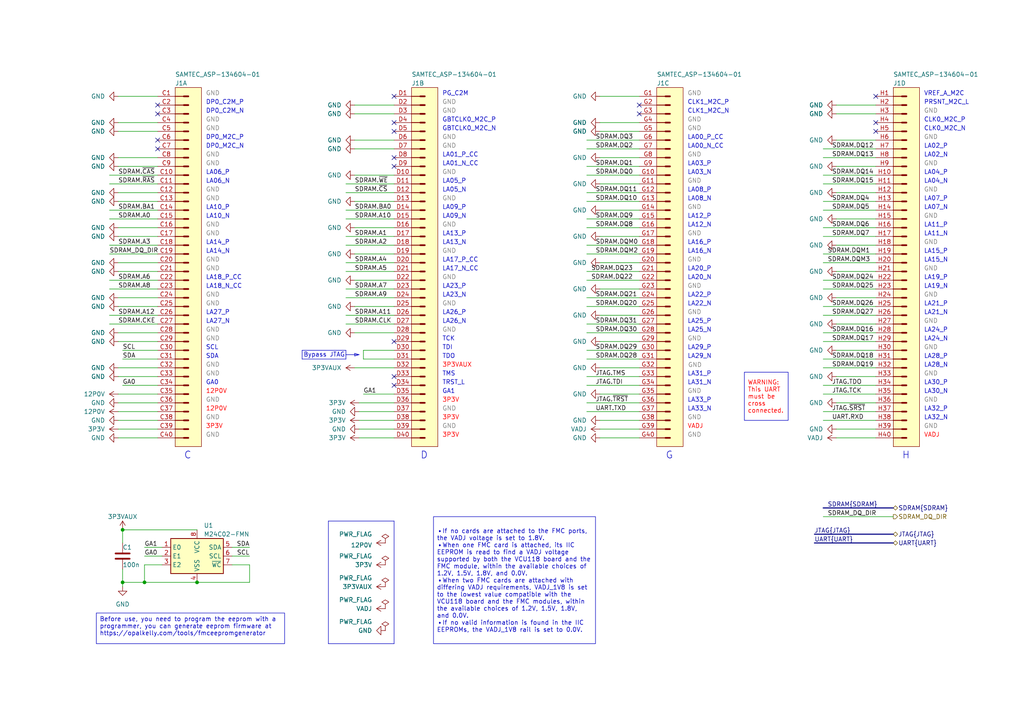
<source format=kicad_sch>
(kicad_sch (version 20231120) (generator "eeschema") (generator_version "8.0")
  (paper "A4")
  (title_block (title "FMC") (date "2024-05-26") (rev "1.0.0") (company "CHIPS Alliance") (comment 1 "Yichuan Gao (2024-05-21)") (comment 2 "Yichuan Gao (2024-05-21)") (comment 4 "Yichuan Gao (2024-05-26)"))
  (junction (at 41.91 168.91))
  (junction (at 35.56 153.67))
  (junction (at 57.15 168.91))
  (junction (at 35.56 168.91))
  (no_connect (at 114.3 109.22))
  (no_connect (at 114.3 99.06))
  (no_connect (at 254 35.56))
  (no_connect (at 114.3 48.26))
  (no_connect (at 254 27.94))
  (no_connect (at 45.72 33.02))
  (no_connect (at 114.3 35.56))
  (no_connect (at 114.3 27.94))
  (no_connect (at 45.72 30.48))
  (no_connect (at 254 38.1))
  (no_connect (at 114.3 45.72))
  (no_connect (at 114.3 111.76))
  (no_connect (at 185.42 33.02))
  (no_connect (at 185.42 30.48))
  (no_connect (at 45.72 43.18))
  (no_connect (at 45.72 40.64))
  (no_connect (at 114.3 38.1))
  (polyline (pts (xy 95.25 151.13) (xy 114.3 151.13)))
  (wire (pts (xy 102.87 33.02) (xy 114.3 33.02)))
  (wire (pts (xy 173.99 121.92) (xy 185.42 121.92)))
  (wire (pts (xy 45.72 86.36) (xy 34.29 86.36)))
  (wire (pts (xy 100.33 71.12) (xy 114.3 71.12)))
  (polyline (pts (xy 95.25 151.13) (xy 95.25 186.69)))
  (wire (pts (xy 100.33 86.36) (xy 114.3 86.36)))
  (wire (pts (xy 242.57 101.6) (xy 254 101.6)))
  (wire (pts (xy 170.18 43.18) (xy 185.42 43.18)))
  (wire (pts (xy 35.56 165.1) (xy 35.56 168.91)))
  (wire (pts (xy 242.57 40.64) (xy 254 40.64)))
  (wire (pts (xy 238.76 66.04) (xy 254 66.04)))
  (wire (pts (xy 41.91 168.91) (xy 57.15 168.91)))
  (wire (pts (xy 238.76 114.3) (xy 254 114.3)))
  (wire (pts (xy 242.57 109.22) (xy 254 109.22)))
  (wire (pts (xy 102.87 40.64) (xy 114.3 40.64)))
  (wire (pts (xy 173.99 127) (xy 185.42 127)))
  (wire (pts (xy 170.18 66.04) (xy 185.42 66.04)))
  (wire (pts (xy 242.57 93.98) (xy 254 93.98)))
  (wire (pts (xy 170.18 71.12) (xy 185.42 71.12)))
  (wire (pts (xy 173.99 83.82) (xy 185.42 83.82)))
  (wire (pts (xy 31.75 63.5) (xy 45.72 63.5)))
  (wire (pts (xy 104.14 119.38) (xy 114.3 119.38)))
  (wire (pts (xy 242.57 78.74) (xy 254 78.74)))
  (polyline (pts (xy 100.33 102.87) (xy 104.14 102.87)))
  (wire (pts (xy 45.72 58.42) (xy 34.29 58.42)))
  (wire (pts (xy 105.41 101.6) (xy 114.3 101.6)))
  (wire (pts (xy 242.57 86.36) (xy 254 86.36)))
  (polyline (pts (xy 114.3 186.69) (xy 95.25 186.69)))
  (wire (pts (xy 31.75 93.98) (xy 45.72 93.98)))
  (wire (pts (xy 238.76 96.52) (xy 254 96.52)))
  (wire (pts (xy 100.33 76.2) (xy 114.3 76.2)))
  (wire (pts (xy 41.91 158.75) (xy 46.99 158.75)))
  (wire (pts (xy 238.76 99.06) (xy 254 99.06)))
  (polyline (pts (xy 87.63 101.6) (xy 100.33 101.6)))
  (wire (pts (xy 45.72 48.26) (xy 34.29 48.26)))
  (wire (pts (xy 67.31 158.75) (xy 72.39 158.75)))
  (wire (pts (xy 72.39 163.83) (xy 72.39 168.91)))
  (wire (pts (xy 238.76 43.18) (xy 254 43.18)))
  (wire (pts (xy 102.87 30.48) (xy 114.3 30.48)))
  (wire (pts (xy 45.72 68.58) (xy 34.29 68.58)))
  (wire (pts (xy 238.76 88.9) (xy 254 88.9)))
  (wire (pts (xy 238.76 45.72) (xy 254 45.72)))
  (wire (pts (xy 170.18 73.66) (xy 185.42 73.66)))
  (wire (pts (xy 170.18 96.52) (xy 185.42 96.52)))
  (wire (pts (xy 100.33 63.5) (xy 114.3 63.5)))
  (wire (pts (xy 170.18 111.76) (xy 185.42 111.76)))
  (wire (pts (xy 45.72 101.6) (xy 35.56 101.6)))
  (wire (pts (xy 41.91 163.83) (xy 41.91 168.91)))
  (wire (pts (xy 238.76 104.14) (xy 254 104.14)))
  (wire (pts (xy 170.18 81.28) (xy 185.42 81.28)))
  (wire (pts (xy 100.33 78.74) (xy 114.3 78.74)))
  (wire (pts (xy 170.18 109.22) (xy 185.42 109.22)))
  (wire (pts (xy 67.31 161.29) (xy 72.39 161.29)))
  (wire (pts (xy 35.56 168.91) (xy 41.91 168.91)))
  (polyline (pts (xy 100.33 101.6) (xy 100.33 104.14)))
  (wire (pts (xy 173.99 27.94) (xy 185.42 27.94)))
  (wire (pts (xy 238.76 83.82) (xy 254 83.82)))
  (wire (pts (xy 31.75 81.28) (xy 45.72 81.28)))
  (wire (pts (xy 242.57 48.26) (xy 254 48.26)))
  (wire (pts (xy 170.18 101.6) (xy 185.42 101.6)))
  (wire (pts (xy 238.76 106.68) (xy 254 106.68)))
  (wire (pts (xy 45.72 78.74) (xy 34.29 78.74)))
  (wire (pts (xy 100.33 93.98) (xy 114.3 93.98)))
  (wire (pts (xy 67.31 163.83) (xy 72.39 163.83)))
  (wire (pts (xy 102.87 58.42) (xy 114.3 58.42)))
  (wire (pts (xy 173.99 114.3) (xy 185.42 114.3)))
  (wire (pts (xy 45.72 99.06) (xy 34.29 99.06)))
  (wire (pts (xy 238.76 73.66) (xy 254 73.66)))
  (wire (pts (xy 114.3 114.3) (xy 105.41 114.3)))
  (wire (pts (xy 238.76 81.28) (xy 254 81.28)))
  (wire (pts (xy 34.29 119.38) (xy 45.72 119.38)))
  (wire (pts (xy 242.57 71.12) (xy 254 71.12)))
  (wire (pts (xy 238.76 76.2) (xy 254 76.2)))
  (bus (pts (xy 259.08 154.94) (xy 236.22 154.94)))
  (wire (pts (xy 104.14 116.84) (xy 114.3 116.84)))
  (wire (pts (xy 173.99 45.72) (xy 185.42 45.72)))
  (wire (pts (xy 45.72 88.9) (xy 34.29 88.9)))
  (wire (pts (xy 34.29 114.3) (xy 45.72 114.3)))
  (wire (pts (xy 45.72 106.68) (xy 34.29 106.68)))
  (wire (pts (xy 170.18 86.36) (xy 185.42 86.36)))
  (wire (pts (xy 173.99 38.1) (xy 185.42 38.1)))
  (wire (pts (xy 31.75 50.8) (xy 45.72 50.8)))
  (wire (pts (xy 31.75 83.82) (xy 45.72 83.82)))
  (wire (pts (xy 45.72 76.2) (xy 34.29 76.2)))
  (wire (pts (xy 238.76 58.42) (xy 254 58.42)))
  (polyline (pts (xy 114.3 151.13) (xy 114.3 186.69)))
  (wire (pts (xy 105.41 104.14) (xy 114.3 104.14)))
  (wire (pts (xy 31.75 53.34) (xy 45.72 53.34)))
  (wire (pts (xy 173.99 124.46) (xy 185.42 124.46)))
  (wire (pts (xy 242.57 33.02) (xy 254 33.02)))
  (wire (pts (xy 35.56 153.67) (xy 57.15 153.67)))
  (wire (pts (xy 34.29 121.92) (xy 45.72 121.92)))
  (wire (pts (xy 105.41 101.6) (xy 105.41 104.14)))
  (wire (pts (xy 104.14 121.92) (xy 114.3 121.92)))
  (wire (pts (xy 100.33 83.82) (xy 114.3 83.82)))
  (wire (pts (xy 31.75 60.96) (xy 45.72 60.96)))
  (wire (pts (xy 170.18 55.88) (xy 185.42 55.88)))
  (wire (pts (xy 242.57 127) (xy 254 127)))
  (wire (pts (xy 104.14 127) (xy 114.3 127)))
  (wire (pts (xy 238.76 53.34) (xy 254 53.34)))
  (wire (pts (xy 45.72 111.76) (xy 35.56 111.76)))
  (wire (pts (xy 170.18 119.38) (xy 185.42 119.38)))
  (wire (pts (xy 45.72 45.72) (xy 34.29 45.72)))
  (wire (pts (xy 238.76 111.76) (xy 254 111.76)))
  (wire (pts (xy 100.33 91.44) (xy 114.3 91.44)))
  (wire (pts (xy 102.87 50.8) (xy 114.3 50.8)))
  (polyline (pts (xy 102.87 102.489) (xy 102.87 103.251)))
  (wire (pts (xy 170.18 104.14) (xy 185.42 104.14)))
  (wire (pts (xy 170.18 78.74) (xy 185.42 78.74)))
  (wire (pts (xy 45.72 96.52) (xy 34.29 96.52)))
  (wire (pts (xy 170.18 63.5) (xy 185.42 63.5)))
  (wire (pts (xy 104.14 124.46) (xy 114.3 124.46)))
  (wire (pts (xy 238.76 60.96) (xy 254 60.96)))
  (wire (pts (xy 170.18 58.42) (xy 185.42 58.42)))
  (wire (pts (xy 173.99 53.34) (xy 185.42 53.34)))
  (wire (pts (xy 173.99 68.58) (xy 185.42 68.58)))
  (wire (pts (xy 242.57 30.48) (xy 254 30.48)))
  (wire (pts (xy 242.57 124.46) (xy 254 124.46)))
  (wire (pts (xy 170.18 88.9) (xy 185.42 88.9)))
  (wire (pts (xy 72.39 168.91) (xy 57.15 168.91)))
  (wire (pts (xy 45.72 27.94) (xy 34.29 27.94)))
  (wire (pts (xy 102.87 43.18) (xy 114.3 43.18)))
  (wire (pts (xy 170.18 116.84) (xy 185.42 116.84)))
  (wire (pts (xy 102.87 66.04) (xy 114.3 66.04)))
  (wire (pts (xy 173.99 35.56) (xy 185.42 35.56)))
  (wire (pts (xy 238.76 68.58) (xy 254 68.58)))
  (wire (pts (xy 100.33 60.96) (xy 114.3 60.96)))
  (wire (pts (xy 170.18 48.26) (xy 185.42 48.26)))
  (wire (pts (xy 173.99 76.2) (xy 185.42 76.2)))
  (wire (pts (xy 259.08 149.86) (xy 238.76 149.86)))
  (wire (pts (xy 41.91 161.29) (xy 46.99 161.29)))
  (wire (pts (xy 34.29 124.46) (xy 45.72 124.46)))
  (wire (pts (xy 100.33 68.58) (xy 114.3 68.58)))
  (wire (pts (xy 238.76 119.38) (xy 254 119.38)))
  (wire (pts (xy 35.56 157.48) (xy 35.56 153.67)))
  (polyline (pts (xy 102.87 102.489) (xy 104.14 102.87)))
  (wire (pts (xy 242.57 63.5) (xy 254 63.5)))
  (wire (pts (xy 102.87 106.68) (xy 114.3 106.68)))
  (wire (pts (xy 170.18 50.8) (xy 185.42 50.8)))
  (wire (pts (xy 102.87 88.9) (xy 114.3 88.9)))
  (wire (pts (xy 173.99 106.68) (xy 185.42 106.68)))
  (wire (pts (xy 34.29 116.84) (xy 45.72 116.84)))
  (bus (pts (xy 259.08 157.48) (xy 236.22 157.48)))
  (wire (pts (xy 34.29 127) (xy 45.72 127)))
  (wire (pts (xy 102.87 81.28) (xy 114.3 81.28)))
  (wire (pts (xy 45.72 104.14) (xy 35.56 104.14)))
  (wire (pts (xy 45.72 55.88) (xy 34.29 55.88)))
  (wire (pts (xy 45.72 66.04) (xy 34.29 66.04)))
  (wire (pts (xy 170.18 93.98) (xy 185.42 93.98)))
  (wire (pts (xy 45.72 35.56) (xy 34.29 35.56)))
  (bus (pts (xy 238.76 147.32) (xy 259.08 147.32)))
  (wire (pts (xy 45.72 38.1) (xy 34.29 38.1)))
  (wire (pts (xy 238.76 50.8) (xy 254 50.8)))
  (wire (pts (xy 31.75 91.44) (xy 45.72 91.44)))
  (wire (pts (xy 45.72 109.22) (xy 34.29 109.22)))
  (wire (pts (xy 242.57 116.84) (xy 254 116.84)))
  (wire (pts (xy 173.99 91.44) (xy 185.42 91.44)))
  (wire (pts (xy 41.91 163.83) (xy 46.99 163.83)))
  (wire (pts (xy 102.87 73.66) (xy 114.3 73.66)))
  (wire (pts (xy 173.99 60.96) (xy 185.42 60.96)))
  (wire (pts (xy 238.76 91.44) (xy 254 91.44)))
  (wire (pts (xy 35.56 170.18) (xy 35.56 168.91)))
  (polyline (pts (xy 87.63 104.14) (xy 87.63 101.6)))
  (wire (pts (xy 31.75 73.66) (xy 45.72 73.66)))
  (wire (pts (xy 242.57 55.88) (xy 254 55.88)))
  (wire (pts (xy 170.18 40.64) (xy 185.42 40.64)))
  (polyline (pts (xy 102.87 103.251) (xy 104.14 102.87)))
  (wire (pts (xy 100.33 55.88) (xy 114.3 55.88)))
  (wire (pts (xy 31.75 71.12) (xy 45.72 71.12)))
  (wire (pts (xy 102.87 96.52) (xy 114.3 96.52)))
  (wire (pts (xy 238.76 121.92) (xy 254 121.92)))
  (polyline (pts (xy 100.33 104.14) (xy 87.63 104.14)))
  (wire (pts (xy 173.99 99.06) (xy 185.42 99.06)))
  (wire (pts (xy 100.33 53.34) (xy 114.3 53.34)))
  (text_box "•If no cards are attached to the FMC ports, the VADJ voltage is set to 1.8V.\n•When one FMC card is attached, its IIC EEPROM is read to find a VADJ voltage supported by both the VCU118 board and the FMC module, within the available choices of 1.2V, 1.5V, 1.8V, and 0.0V.\n•When two FMC cards are attached with differing VADJ requirements, VADJ_1V8 is set to the lowest value compatible with the VCU118 board and the FMC modules, within the available choices of 1.2V, 1.5V, 1.8V, and 0.0V.\n•If no valid information is found in the IIC EEPROMs, the VADJ_1V8 rail is set to 0.0V." (at 125.73 149.86 0) (size 46.99 36.83) (effects (font (size 1.27 1.27)) (justify left)))
  (text_box "Before use, you need to program the eeprom with a programmer, you can generate eeprom firmware at\nhttps://opalkelly.com/tools/fmceepromgenerator" (at 27.94 177.8 0) (size 54.61 8.89) (effects (font (size 1.27 1.27)) (justify left top)))
  (text_box "WARNING: This UART must be cross connected." (at 215.9 107.95 0) (size 12.7 13.97) (effects (font (size 1.27 1.27)) (justify left)))
  (text "DP0_C2M_P" (at 59.69 30.48 0) (effects (font (size 1.27 1.27)) (justify left bottom)))
  (text "GND" (at 59.69 48.26 0) (effects (font (size 1.27 1.27)) (justify left bottom)))
  (text "GBTCLK0_M2C_P" (at 128.27 35.56 0) (effects (font (size 1.27 1.27)) (justify left bottom)))
  (text "LA18_N_CC" (at 59.69 83.82 0) (effects (font (size 1.27 1.27)) (justify left bottom)))
  (text "LA07_P" (at 267.97 58.42 0) (effects (font (size 1.27 1.27)) (justify left bottom)))
  (text "12P0V" (at 59.69 114.3 0) (effects (font (size 1.27 1.27)) (justify left bottom)))
  (text "LA23_N" (at 128.27 86.36 0) (effects (font (size 1.27 1.27)) (justify left bottom)))
  (text "LA29_P" (at 199.39 101.6 0) (effects (font (size 1.27 1.27)) (justify left bottom)))
  (text "LA14_N" (at 59.69 73.66 0) (effects (font (size 1.27 1.27)) (justify left bottom)))
  (text "GND" (at 199.519 106.7727 0) (effects (font (size 1.27 1.27)) (justify left bottom)))
  (text "LA03_N" (at 199.39 50.8 0) (effects (font (size 1.27 1.27)) (justify left bottom)))
  (text "GND" (at 267.97 124.46 0) (effects (font (size 1.27 1.27)) (justify left bottom)))
  (text "LA23_P" (at 128.27 83.82 0) (effects (font (size 1.27 1.27)) (justify left bottom)))
  (text "3P3V" (at 128.27 127 0) (effects (font (size 1.27 1.27)) (justify left bottom)))
  (text "LA20_P" (at 199.39 78.74 0) (effects (font (size 1.27 1.27)) (justify left bottom)))
  (text "GND" (at 267.97 93.98 0) (effects (font (size 1.27 1.27)) (justify left bottom)))
  (text "GND" (at 59.69 88.9 0) (effects (font (size 1.27 1.27)) (justify left bottom)))
  (text "LA22_P" (at 199.39 86.36 0) (effects (font (size 1.27 1.27)) (justify left bottom)))
  (text "LA21_N" (at 267.97 91.44 0) (effects (font (size 1.27 1.27)) (justify left bottom)))
  (text "LA12_P" (at 199.39 63.5 0) (effects (font (size 1.27 1.27)) (justify left bottom)))
  (text "CLK0_M2C_N" (at 267.97 38.1 0) (effects (font (size 1.27 1.27)) (justify left bottom)))
  (text "D" (at 121.92 133.35 0) (effects (font (size 2.032 2.032)) (justify left bottom)))
  (text "LA15_P" (at 267.97 73.66 0) (effects (font (size 1.27 1.27)) (justify left bottom)))
  (text "GND" (at 128.27 40.64 0) (effects (font (size 1.27 1.27)) (justify left bottom)))
  (text "GND" (at 199.39 91.44 0) (effects (font (size 1.27 1.27)) (justify left bottom)))
  (text "LA30_N" (at 267.97 114.3 0) (effects (font (size 1.27 1.27)) (justify left bottom)))
  (text "GND" (at 59.69 45.72 0) (effects (font (size 1.27 1.27)) (justify left bottom)))
  (text "GND" (at 199.39 121.92 0) (effects (font (size 1.27 1.27)) (justify left bottom)))
  (text "GND" (at 199.39 83.82 0) (effects (font (size 1.27 1.27)) (justify left bottom)))
  (text "GND" (at 128.27 73.66 0) (effects (font (size 1.27 1.27)) (justify left bottom)))
  (text "LA01_N_CC" (at 128.27 48.26 0) (effects (font (size 1.27 1.27)) (justify left bottom)))
  (text "GND" (at 59.69 68.58 0) (effects (font (size 1.27 1.27)) (justify left bottom)))
  (text "SDA" (at 59.69 104.14 0) (effects (font (size 1.27 1.27)) (justify left bottom)))
  (text "GND" (at 267.97 55.88 0) (effects (font (size 1.27 1.27)) (justify left bottom)))
  (text "LA14_P" (at 59.69 71.12 0) (effects (font (size 1.27 1.27)) (justify left bottom)))
  (text "LA19_N" (at 267.97 83.82 0) (effects (font (size 1.27 1.27)) (justify left bottom)))
  (text "LA03_P" (at 199.39 48.26 0) (effects (font (size 1.27 1.27)) (justify left bottom)))
  (text "GND" (at 59.69 27.94 0) (effects (font (size 1.27 1.27)) (justify left bottom)))
  (text "LA01_P_CC" (at 128.27 45.72 0) (effects (font (size 1.27 1.27)) (justify left bottom)))
  (text "GND" (at 59.69 38.1 0) (effects (font (size 1.27 1.27)) (justify left bottom)))
  (text "SCL" (at 59.69 101.6 0) (effects (font (size 1.27 1.27)) (justify left bottom)))
  (text "GND" (at 128.27 66.04 0) (effects (font (size 1.27 1.27)) (justify left bottom)))
  (text "VADJ" (at 267.97 127 0) (effects (font (size 1.27 1.27)) (justify left bottom)))
  (text "LA18_P_CC" (at 59.69 81.28 0) (effects (font (size 1.27 1.27)) (justify left bottom)))
  (text "GA0" (at 59.69 111.76 0) (effects (font (size 1.27 1.27)) (justify left bottom)))
  (text "GND" (at 267.97 101.6 0) (effects (font (size 1.27 1.27)) (justify left bottom)))
  (text "LA05_P" (at 128.27 53.34 0) (effects (font (size 1.27 1.27)) (justify left bottom)))
  (text "GND" (at 128.27 50.8 0) (effects (font (size 1.27 1.27)) (justify left bottom)))
  (text "LA25_P" (at 199.39 93.98 0) (effects (font (size 1.27 1.27)) (justify left bottom)))
  (text "PRSNT_M2C_L" (at 267.97 30.48 0) (effects (font (size 1.27 1.27)) (justify left bottom)))
  (text "GND" (at 59.69 121.92 0) (effects (font (size 1.27 1.27)) (justify left bottom)))
  (text "GND" (at 267.97 71.12 0) (effects (font (size 1.27 1.27)) (justify left bottom)))
  (text "GND" (at 267.97 33.02 0) (effects (font (size 1.27 1.27)) (justify left bottom)))
  (text "12P0V" (at 59.69 119.38 0) (effects (font (size 1.27 1.27)) (justify left bottom)))
  (text "GND" (at 199.39 127 0) (effects (font (size 1.27 1.27)) (justify left bottom)))
  (text "LA12_N" (at 199.39 66.04 0) (effects (font (size 1.27 1.27)) (justify left bottom)))
  (text "3P3V" (at 59.69 124.46 0) (effects (font (size 1.27 1.27)) (justify left bottom)))
  (text "LA10_N" (at 59.69 63.5 0) (effects (font (size 1.27 1.27)) (justify left bottom)))
  (text "GND" (at 128.27 96.52 0) (effects (font (size 1.27 1.27)) (justify left bottom)))
  (text "LA04_N" (at 267.97 53.34 0) (effects (font (size 1.27 1.27)) (justify left bottom)))
  (text "TCK" (at 128.27 99.06 0) (effects (font (size 1.27 1.27)) (justify left bottom)))
  (text "GND" (at 128.27 43.18 0) (effects (font (size 1.27 1.27)) (justify left bottom)))
  (text "DP0_M2C_P" (at 59.69 40.64 0) (effects (font (size 1.27 1.27)) (justify left bottom)))
  (text "CLK1_M2C_N" (at 199.39 33.02 0) (effects (font (size 1.27 1.27)) (justify left bottom)))
  (text "GND" (at 59.69 127 0) (effects (font (size 1.27 1.27)) (justify left bottom)))
  (text "GND" (at 199.39 68.58 0) (effects (font (size 1.27 1.27)) (justify left bottom)))
  (text "LA06_N" (at 59.69 53.34 0) (effects (font (size 1.27 1.27)) (justify left bottom)))
  (text "LA15_N" (at 267.97 76.2 0) (effects (font (size 1.27 1.27)) (justify left bottom)))
  (text "TDI" (at 128.27 101.6 0) (effects (font (size 1.27 1.27)) (justify left bottom)))
  (text "LA16_N" (at 199.39 73.66 0) (effects (font (size 1.27 1.27)) (justify left bottom)))
  (text "GND" (at 267.97 86.36 0) (effects (font (size 1.27 1.27)) (justify left bottom)))
  (text "GND" (at 59.69 96.52 0) (effects (font (size 1.27 1.27)) (justify left bottom)))
  (text "GND" (at 59.69 116.84 0) (effects (font (size 1.27 1.27)) (justify left bottom)))
  (text "GND" (at 199.39 99.06 0) (effects (font (size 1.27 1.27)) (justify left bottom)))
  (text "LA13_N" (at 128.27 71.12 0) (effects (font (size 1.27 1.27)) (justify left bottom)))
  (text "LA19_P" (at 267.97 81.28 0) (effects (font (size 1.27 1.27)) (justify left bottom)))
  (text "PG_C2M" (at 128.27 27.94 0) (effects (font (size 1.27 1.27)) (justify left bottom)))
  (text "GND" (at 199.39 114.3 0) (effects (font (size 1.27 1.27)) (justify left bottom)))
  (text "TRST_L" (at 128.27 111.76 0) (effects (font (size 1.27 1.27)) (justify left bottom)))
  (text "GND" (at 267.97 109.22 0) (effects (font (size 1.27 1.27)) (justify left bottom)))
  (text "LA00_N_CC" (at 199.39 43.18 0) (effects (font (size 1.27 1.27)) (justify left bottom)))
  (text "LA29_N" (at 199.39 104.14 0) (effects (font (size 1.27 1.27)) (justify left bottom)))
  (text "GND" (at 59.69 76.2 0) (effects (font (size 1.27 1.27)) (justify left bottom)))
  (text "LA26_P" (at 128.27 91.44 0) (effects (font (size 1.27 1.27)) (justify left bottom)))
  (text "LA11_P" (at 267.97 66.04 0) (effects (font (size 1.27 1.27)) (justify left bottom)))
  (text "GND" (at 199.39 60.96 0) (effects (font (size 1.27 1.27)) (justify left bottom)))
  (text "LA10_P" (at 59.69 60.96 0) (effects (font (size 1.27 1.27)) (justify left bottom)))
  (text "TMS" (at 128.27 109.22 0) (effects (font (size 1.27 1.27)) (justify left bottom)))
  (text "GND" (at 199.39 35.56 0) (effects (font (size 1.27 1.27)) (justify left bottom)))
  (text "LA28_P" (at 267.97 104.14 0) (effects (font (size 1.27 1.27)) (justify left bottom)))
  (text "Bypass JTAG" (at 88.011 103.759 0) (effects (font (size 1.27 1.27)) (justify left bottom)))
  (text "LA28_N" (at 267.97 106.68 0) (effects (font (size 1.27 1.27)) (justify left bottom)))
  (text "GND" (at 59.69 66.04 0) (effects (font (size 1.27 1.27)) (justify left bottom)))
  (text "GND" (at 128.27 119.38 0) (effects (font (size 1.27 1.27)) (justify left bottom)))
  (text "GND" (at 128.27 30.48 0) (effects (font (size 1.27 1.27)) (justify left bottom)))
  (text "LA13_P" (at 128.27 68.58 0) (effects (font (size 1.27 1.27)) (justify left bottom)))
  (text "LA06_P" (at 59.69 50.8 0) (effects (font (size 1.27 1.27)) (justify left bottom)))
  (text "GND" (at 128.27 81.28 0) (effects (font (size 1.27 1.27)) (justify left bottom)))
  (text "LA20_N" (at 199.39 81.28 0) (effects (font (size 1.27 1.27)) (justify left bottom)))
  (text "H" (at 261.62 133.35 0) (effects (font (size 2.032 2.032)) (justify left bottom)))
  (text "GBTCLK0_M2C_N" (at 128.27 38.1 0) (effects (font (size 1.27 1.27)) (justify left bottom)))
  (text "GND" (at 128.27 33.02 0) (effects (font (size 1.27 1.27)) (justify left bottom)))
  (text "GND" (at 59.69 35.56 0) (effects (font (size 1.27 1.27)) (justify left bottom)))
  (text "GND" (at 128.27 58.42 0) (effects (font (size 1.27 1.27)) (justify left bottom)))
  (text "CLK0_M2C_P" (at 267.97 35.56 0) (effects (font (size 1.27 1.27)) (justify left bottom)))
  (text "LA07_N" (at 267.97 60.96 0) (effects (font (size 1.27 1.27)) (justify left bottom)))
  (text "LA08_P" (at 199.39 55.88 0) (effects (font (size 1.27 1.27)) (justify left bottom)))
  (text "TDO" (at 128.27 104.14 0) (effects (font (size 1.27 1.27)) (justify left bottom)))
  (text "LA08_N" (at 199.39 58.42 0) (effects (font (size 1.27 1.27)) (justify left bottom)))
  (text "C" (at 53.34 133.35 0) (effects (font (size 2.032 2.032)) (justify left bottom)))
  (text "LA16_P" (at 199.39 71.12 0) (effects (font (size 1.27 1.27)) (justify left bottom)))
  (text "3P3V" (at 128.27 121.92 0) (effects (font (size 1.27 1.27)) (justify left bottom)))
  (text "VADJ" (at 199.39 124.46 0) (effects (font (size 1.27 1.27)) (justify left bottom)))
  (text "GND" (at 128.27 124.46 0) (effects (font (size 1.27 1.27)) (justify left bottom)))
  (text "GND" (at 59.69 58.42 0) (effects (font (size 1.27 1.27)) (justify left bottom)))
  (text "LA27_N" (at 59.69 93.98 0) (effects (font (size 1.27 1.27)) (justify left bottom)))
  (text "LA05_N" (at 128.27 55.88 0) (effects (font (size 1.27 1.27)) (justify left bottom)))
  (text "LA11_N" (at 267.97 68.58 0) (effects (font (size 1.27 1.27)) (justify left bottom)))
  (text "CLK1_M2C_P" (at 199.39 30.48 0) (effects (font (size 1.27 1.27)) (justify left bottom)))
  (text "GND" (at 199.39 45.72 0) (effects (font (size 1.27 1.27)) (justify left bottom)))
  (text "GA1" (at 128.27 114.3 0) (effects (font (size 1.27 1.27)) (justify left bottom)))
  (text "GND" (at 59.69 86.36 0) (effects (font (size 1.27 1.27)) (justify left bottom)))
  (text "LA17_P_CC" (at 128.27 76.2 0) (effects (font (size 1.27 1.27)) (justify left bottom)))
  (text "3P3V" (at 128.27 116.84 0) (effects (font (size 1.27 1.27)) (justify left bottom)))
  (text "LA33_N" (at 199.39 119.38 0) (effects (font (size 1.27 1.27)) (justify left bottom)))
  (text "G" (at 193.04 133.35 0) (effects (font (size 2.032 2.032)) (justify left bottom)))
  (text "GND" (at 267.97 116.84 0) (effects (font (size 1.27 1.27)) (justify left bottom)))
  (text "GND" (at 59.69 78.74 0) (effects (font (size 1.27 1.27)) (justify left bottom)))
  (text "LA22_N" (at 199.39 88.9 0) (effects (font (size 1.27 1.27)) (justify left bottom)))
  (text "LA31_N" (at 199.39 111.76 0) (effects (font (size 1.27 1.27)) (justify left bottom)))
  (text "LA02_N" (at 267.97 45.72 0) (effects (font (size 1.27 1.27)) (justify left bottom)))
  (text "GND" (at 267.97 40.64 0) (effects (font (size 1.27 1.27)) (justify left bottom)))
  (text "GND" (at 199.39 38.1 0) (effects (font (size 1.27 1.27)) (justify left bottom)))
  (text "GND" (at 59.69 55.88 0) (effects (font (size 1.27 1.27)) (justify left bottom)))
  (text "LA27_P" (at 59.69 91.44 0) (effects (font (size 1.27 1.27)) (justify left bottom)))
  (text "LA00_P_CC" (at 199.39 40.64 0) (effects (font (size 1.27 1.27)) (justify left bottom)))
  (text "GND" (at 199.39 27.94 0) (effects (font (size 1.27 1.27)) (justify left bottom)))
  (text "GND" (at 59.69 106.68 0) (effects (font (size 1.27 1.27)) (justify left bottom)))
  (text "GND" (at 267.97 78.74 0) (effects (font (size 1.27 1.27)) (justify left bottom)))
  (text "VREF_A_M2C" (at 267.97 27.94 0) (effects (font (size 1.27 1.27)) (justify left bottom)))
  (text "LA21_P" (at 267.97 88.9 0) (effects (font (size 1.27 1.27)) (justify left bottom)))
  (text "3P3VAUX" (at 128.27 106.68 0) (effects (font (size 1.27 1.27)) (justify left bottom)))
  (text "LA32_N" (at 267.97 121.92 0) (effects (font (size 1.27 1.27)) (justify left bottom)))
  (text "LA26_N" (at 128.27 93.98 0) (effects (font (size 1.27 1.27)) (justify left bottom)))
  (text "GND" (at 199.39 53.34 0) (effects (font (size 1.27 1.27)) (justify left bottom)))
  (text "GND" (at 267.97 63.5 0) (effects (font (size 1.27 1.27)) (justify left bottom)))
  (text "DP0_M2C_N" (at 59.69 43.18 0) (effects (font (size 1.27 1.27)) (justify left bottom)))
  (text "LA33_P" (at 199.39 116.84 0) (effects (font (size 1.27 1.27)) (justify left bottom)))
  (text "LA24_N" (at 267.97 99.06 0) (effects (font (size 1.27 1.27)) (justify left bottom)))
  (text "LA09_N" (at 128.27 63.5 0) (effects (font (size 1.27 1.27)) (justify left bottom)))
  (text "LA02_P" (at 267.97 43.18 0) (effects (font (size 1.27 1.27)) (justify left bottom)))
  (text "LA31_P" (at 199.39 109.22 0) (effects (font (size 1.27 1.27)) (justify left bottom)))
  (text "GND" (at 199.39 76.2 0) (effects (font (size 1.27 1.27)) (justify left bottom)))
  (text "LA24_P" (at 267.97 96.52 0) (effects (font (size 1.27 1.27)) (justify left bottom)))
  (text "LA30_P" (at 267.97 111.76 0) (effects (font (size 1.27 1.27)) (justify left bottom)))
  (text "LA09_P" (at 128.27 60.96 0) (effects (font (size 1.27 1.27)) (justify left bottom)))
  (text "GND" (at 59.69 99.06 0) (effects (font (size 1.27 1.27)) (justify left bottom)))
  (text "LA17_N_CC" (at 128.27 78.74 0) (effects (font (size 1.27 1.27)) (justify left bottom)))
  (text "LA25_N" (at 199.39 96.52 0) (effects (font (size 1.27 1.27)) (justify left bottom)))
  (text "GND" (at 267.97 48.26 0) (effects (font (size 1.27 1.27)) (justify left bottom)))
  (text "DP0_C2M_N" (at 59.69 33.02 0) (effects (font (size 1.27 1.27)) (justify left bottom)))
  (text "LA32_P" (at 267.97 119.38 0) (effects (font (size 1.27 1.27)) (justify left bottom)))
  (text "GND" (at 128.27 88.9 0) (effects (font (size 1.27 1.27)) (justify left bottom)))
  (text "GND" (at 59.69 109.22 0) (effects (font (size 1.27 1.27)) (justify left bottom)))
  (text "LA04_P" (at 267.97 50.8 0) (effects (font (size 1.27 1.27)) (justify left bottom)))
  (label "JTAG.TDO" (at 241.3 111.76 0))
  (label "SDRAM.~{RAS}" (at 34.29 53.34 0))
  (label "SDRAM.A6" (at 34.29 81.28 0))
  (label "SDRAM.A2" (at 102.87 71.12 0))
  (label "SDRAM.A9" (at 102.87 86.36 0))
  (label "SDRAM.DQ18" (at 241.3 104.14 0))
  (label "SDRAM.DQ12" (at 241.3 43.18 0))
  (label "SDRAM.DQ17" (at 241.3 99.06 0))
  (label "SDRAM.DQ16" (at 241.3 96.52 0))
  (label "SDRAM.DQ24" (at 241.3 81.28 0))
  (label "SDRAM.A4" (at 102.87 76.2 0))
  (label "SDRAM.DQ6" (at 241.3 66.04 0))
  (label "SDRAM.DQ15" (at 241.3 53.34 0))
  (label "SDRAM.DQ27" (at 241.3 91.44 0))
  (label "JTAG.TCK" (at 241.3 114.3 0))
  (label "SDA" (at 35.56 104.14 0))
  (label "SDRAM_DQ_DIR" (at 31.75 73.66 0))
  (label "SCL" (at 35.56 101.6 0))
  (label "SDRAM.DQ14" (at 241.3 50.8 0))
  (label "SDRAM.DQ4" (at 241.3 58.42 0))
  (label "SDRAM.~{CS}" (at 102.87 55.88 0))
  (label "SDRAM.DQ28" (at 172.72 104.14 0))
  (label "UART.TXD" (at 172.72 119.38 0))
  (label "SDRAM.DQM1" (at 240.03 73.66 0))
  (label "GA1" (at 105.41 114.3 0))
  (label "SDRAM.A10" (at 102.87 63.5 0))
  (label "SDRAM.A12" (at 34.29 91.44 0))
  (label "SDRAM{SDRAM}" (at 240.03 147.32 0))
  (label "SDRAM.A11" (at 102.87 91.44 0))
  (label "SDRAM.DQM2" (at 172.72 73.66 0))
  (label "JTAG.TDI" (at 172.72 111.76 0))
  (label "SDRAM.DQ9" (at 172.72 63.5 0))
  (label "SDRAM.CLK" (at 102.87 93.98 0))
  (label "SDRAM.A3" (at 34.29 71.12 0))
  (label "SDRAM.BA1" (at 34.29 60.96 0))
  (label "JTAG{JTAG}" (at 236.22 154.94 0))
  (label "SDRAM.BA0" (at 102.87 60.96 0))
  (label "SDRAM.DQM3" (at 240.03 76.2 0))
  (label "SCL" (at 72.39 161.29 180))
  (label "SDRAM.~{WE}" (at 102.87 53.34 0))
  (label "SDRAM_DQ_DIR" (at 240.03 149.86 0))
  (label "SDRAM.DQ19" (at 241.3 106.68 0))
  (label "SDRAM.DQ29" (at 172.72 101.6 0))
  (label "SDRAM.A7" (at 102.87 83.82 0))
  (label "SDRAM.DQM0" (at 172.72 71.12 0))
  (label "SDRAM.DQ20" (at 172.72 88.9 0))
  (label "SDRAM.DQ13" (at 241.3 45.72 0))
  (label "SDRAM.DQ25" (at 241.3 83.82 0))
  (label "GA1" (at 41.91 158.75 0))
  (label "SDRAM.A1" (at 102.87 68.58 0))
  (label "SDRAM.DQ0" (at 172.72 50.8 0))
  (label "SDRAM.DQ3" (at 172.72 40.64 0))
  (label "SDRAM.DQ8" (at 172.72 66.04 0))
  (label "SDRAM.DQ31" (at 172.72 93.98 0))
  (label "SDRAM.A0" (at 34.29 63.5 0))
  (label "SDRAM.DQ1" (at 172.72 48.26 0))
  (label "SDRAM.DQ21" (at 172.72 86.36 0))
  (label "GA0" (at 35.56 111.76 0))
  (label "JTAG.TMS" (at 172.72 109.22 0))
  (label "SDRAM.DQ11" (at 172.72 55.88 0))
  (label "UART.RXD" (at 241.3 121.92 0))
  (label "SDRAM.DQ2" (at 172.72 43.18 0))
  (label "JTAG.~{TRST}" (at 172.72 116.84 0))
  (label "SDRAM.DQ30" (at 172.72 96.52 0))
  (label "UART{UART}" (at 236.22 157.48 0))
  (label "SDRAM.DQ10" (at 172.72 58.42 0))
  (label "JTAG.~{SRST}" (at 241.3 119.38 0))
  (label "SDA" (at 72.39 158.75 180))
  (label "GA0" (at 41.91 161.29 0))
  (label "SDRAM.DQ7" (at 241.3 68.58 0))
  (label "SDRAM.DQ26" (at 241.3 88.9 0))
  (label "SDRAM.~{CAS}" (at 34.29 50.8 0))
  (label "SDRAM.DQ5" (at 241.3 60.96 0))
  (label "SDRAM.A8" (at 34.29 83.82 0))
  (label "SDRAM.DQ22" (at 171.45 81.28 0))
  (label "SDRAM.A5" (at 102.87 78.74 0))
  (label "SDRAM.DQ23" (at 171.45 78.74 0))
  (label "SDRAM.CKE" (at 34.29 93.98 0))
  (hierarchical_label "UART{UART}" (shape tri_state) (at 259.08 157.48 0))
  (hierarchical_label "JTAG{JTAG}" (shape bidirectional) (at 259.08 154.94 0))
  (hierarchical_label "SDRAM{SDRAM}" (shape bidirectional) (at 259.08 147.32 0))
  (hierarchical_label "SDRAM_DQ_DIR" (shape output) (at 259.08 149.86 0))
  (symbol (lib_id "power:PWR_FLAG") (at 111.76 182.88 0) (unit 1)
    (property "Reference" "#FLG05" (effects (hide yes)))
    (property "Value" "PWR_FLAG" (at 107.95 180.34 0) (effects (justify right)))
    (property "Description" "Special symbol for telling ERC where power comes from" (effects (hide yes)))
  )
  (symbol (lib_id "CHIPSAlliance_Power:GND") (at 242.57 40.64 270) (unit 1)
    (property "Reference" "#PWR06" (effects (hide yes)))
    (property "Value" "GND" (at 238.76 40.64 90) (effects (justify right)))
  )
  (symbol (lib_id "CHIPSAlliance_Power:GND") (at 102.87 30.48 270) (unit 1)
    (property "Reference" "#PWR037" (effects (hide yes)))
    (property "Value" "GND" (at 99.06 30.48 90) (effects (justify right)))
  )
  (symbol (lib_id "CHIPSAlliance_Power:3P3VAUX") (at 102.87 106.68 90) (unit 1)
    (property "Reference" "#PWR01" (effects (hide yes)))
    (property "Value" "3P3VAUX" (at 99.06 106.68 90) (effects (justify left)))
  )
  (symbol (lib_id "CHIPSAlliance_Power:GND") (at 34.29 88.9 270) (unit 1)
    (property "Reference" "#PWR066" (effects (hide yes)))
    (property "Value" "GND" (at 30.48 88.9 90) (effects (justify right)))
  )
  (symbol (lib_id "CHIPSAlliance_Power:GND") (at 102.87 88.9 270) (unit 1)
    (property "Reference" "#PWR046" (effects (hide yes)))
    (property "Value" "GND" (at 99.06 88.9 90) (effects (justify right)))
  )
  (symbol (lib_id "CHIPSAlliance_Power:GND") (at 102.87 66.04 270) (unit 1)
    (property "Reference" "#PWR043" (effects (hide yes)))
    (property "Value" "GND" (at 99.06 66.04 90) (effects (justify right)))
  )
  (symbol (lib_id "Device:C") (at 35.56 161.29 0) (unit 1)
    (property "Reference" "C1" (at 35.56 158.75 0) (effects (justify left)))
    (property "Value" "100n" (at 35.56 163.83 0) (effects (justify left)))
    (property "Footprint" "Capacitor_SMD:C_0402_1005Metric" (effects (hide yes)))
  )
  (symbol (lib_id "CHIPSAlliance_Power:GND") (at 173.99 35.56 270) (unit 1)
    (property "Reference" "#PWR021" (effects (hide yes)))
    (property "Value" "GND" (at 170.18 35.56 90) (effects (justify right)))
  )
  (symbol (lib_id "CHIPSAlliance_Power:GND") (at 34.29 55.88 270) (unit 1)
    (property "Reference" "#PWR059" (effects (hide yes)))
    (property "Value" "GND" (at 30.48 55.88 90) (effects (justify right)))
  )
  (symbol (lib_id "CHIPSAlliance_Power:3P3V") (at 111.76 163.83 90) (unit 1)
    (property "Reference" "#PWR0150" (effects (hide yes)))
    (property "Value" "3P3V" (at 107.95 163.83 90) (effects (justify left)))
  )
  (symbol (lib_id "CHIPSAlliance_Power:3P3VAUX") (at 35.56 153.67 0) (unit 1)
    (property "Reference" "#PWR073" (effects (hide yes)))
    (property "Value" "3P3VAUX" (at 35.56 149.86 0))
  )
  (symbol (lib_id "CHIPSAlliance_Power:GND") (at 242.57 116.84 270) (unit 1)
    (property "Reference" "#PWR016" (effects (hide yes)))
    (property "Value" "GND" (at 238.76 116.84 90) (effects (justify right)))
  )
  (symbol (lib_id "CHIPSAlliance_Power:GND") (at 242.57 101.6 270) (unit 1)
    (property "Reference" "#PWR014" (effects (hide yes)))
    (property "Value" "GND" (at 238.76 101.6 90) (effects (justify right)))
  )
  (symbol (lib_id "CHIPSAlliance_Power:VADJ") (at 173.99 124.46 90) (unit 1)
    (property "Reference" "#PWR053" (effects (hide yes)))
    (property "Value" "VADJ" (at 170.18 124.46 90) (effects (justify left)))
  )
  (symbol (lib_id "CHIPSAlliance_Power:12P0V") (at 34.29 114.3 90) (unit 1)
    (property "Reference" "#PWR035" (effects (hide yes)))
    (property "Value" "12P0V" (at 30.48 114.3 90) (effects (justify left)))
  )
  (symbol (lib_id "CHIPSAlliance_Power:GND") (at 173.99 68.58 270) (unit 1)
    (property "Reference" "#PWR026" (effects (hide yes)))
    (property "Value" "GND" (at 170.18 68.58 90) (effects (justify right)))
  )
  (symbol (lib_id "CHIPSAlliance_Power:3P3V") (at 104.14 127 90) (unit 1)
    (property "Reference" "#PWR049" (effects (hide yes)))
    (property "Value" "3P3V" (at 100.33 127 90) (effects (justify left)))
  )
  (symbol (lib_id "CHIPSAlliance_Power:3P3V") (at 104.14 121.92 90) (unit 1)
    (property "Reference" "#PWR036" (effects (hide yes)))
    (property "Value" "3P3V" (at 100.33 121.92 90) (effects (justify left)))
  )
  (symbol (lib_id "CHIPSAlliance_Power:GND") (at 102.87 43.18 270) (unit 1)
    (property "Reference" "#PWR040" (effects (hide yes)))
    (property "Value" "GND" (at 99.06 43.18 90) (effects (justify right)))
  )
  (symbol (lib_id "CHIPSAlliance_Power:GND") (at 173.99 91.44 270) (unit 1)
    (property "Reference" "#PWR029" (effects (hide yes)))
    (property "Value" "GND" (at 170.18 91.44 90) (effects (justify right)))
  )
  (symbol (lib_id "CHIPSAlliance_Power:VADJ") (at 111.76 176.53 90) (unit 1)
    (property "Reference" "#PWR0152" (effects (hide yes)))
    (property "Value" "VADJ" (at 107.95 176.53 90) (effects (justify left)))
  )
  (symbol (lib_id "CHIPSAlliance_Power:3P3V") (at 34.29 124.46 90) (unit 1)
    (property "Reference" "#PWR051" (effects (hide yes)))
    (property "Value" "3P3V" (at 30.48 124.46 90) (effects (justify left)))
  )
  (symbol (lib_id "CHIPSAlliance_Power:GND") (at 102.87 33.02 270) (unit 1)
    (property "Reference" "#PWR038" (effects (hide yes)))
    (property "Value" "GND" (at 99.06 33.02 90) (effects (justify right)))
  )
  (symbol (lib_id "CHIPSAlliance_Power:GND") (at 242.57 93.98 270) (unit 1)
    (property "Reference" "#PWR013" (effects (hide yes)))
    (property "Value" "GND" (at 238.76 93.98 90) (effects (justify right)))
  )
  (symbol (lib_id "CHIPSAlliance_Power:12P0V") (at 34.29 119.38 90) (unit 1)
    (property "Reference" "#PWR052" (effects (hide yes)))
    (property "Value" "12P0V" (at 30.48 119.38 90) (effects (justify left)))
  )
  (symbol (lib_id "CHIPSAlliance_Connector:Samtec_ASP-134604-01") (at 259.08 25.4 0) (unit 4)
    (property "Reference" "J1" (at 259.08 24.13 0) (effects (justify left)))
    (property "Value" "SAMTEC_ASP-134604-01" (at 259.08 21.59 0) (effects (justify left)))
    (property "Footprint" "CHIPSAlliance_Connector:Samtec_FMC_ASP-134604-01_4x40_P1.27mm" (effects (hide yes)))
    (property "Datasheet" "http://suddendocs.samtec.com/prints/asp-134604-01-mkt.pdf" (effects (hide yes)))
  )
  (symbol (lib_id "CHIPSAlliance_Power:GND") (at 173.99 38.1 270) (unit 1)
    (property "Reference" "#PWR022" (effects (hide yes)))
    (property "Value" "GND" (at 170.18 38.1 90) (effects (justify right)))
  )
  (symbol (lib_id "CHIPSAlliance_Power:GND") (at 173.99 106.68 270) (unit 1)
    (property "Reference" "#PWR031" (effects (hide yes)))
    (property "Value" "GND" (at 170.18 106.68 90) (effects (justify right)))
  )
  (symbol (lib_id "CHIPSAlliance_Power:GND") (at 34.29 45.72 270) (unit 1)
    (property "Reference" "#PWR057" (effects (hide yes)))
    (property "Value" "GND" (at 30.48 45.72 90) (effects (justify right)))
  )
  (symbol (lib_id "CHIPSAlliance_Power:GND") (at 102.87 81.28 270) (unit 1)
    (property "Reference" "#PWR045" (effects (hide yes)))
    (property "Value" "GND" (at 99.06 81.28 90) (effects (justify right)))
  )
  (symbol (lib_id "CHIPSAlliance_Power:GND") (at 173.99 60.96 270) (unit 1)
    (property "Reference" "#PWR025" (effects (hide yes)))
    (property "Value" "GND" (at 170.18 60.96 90) (effects (justify right)))
  )
  (symbol (lib_id "CHIPSAlliance_Power:GND") (at 173.99 53.34 270) (unit 1)
    (property "Reference" "#PWR024" (effects (hide yes)))
    (property "Value" "GND" (at 170.18 53.34 90) (effects (justify right)))
  )
  (symbol (lib_id "CHIPSAlliance_Power:GND") (at 34.29 27.94 270) (unit 1)
    (property "Reference" "#PWR054" (effects (hide yes)))
    (property "Value" "GND" (at 30.48 27.94 90) (effects (justify right)))
  )
  (symbol (lib_id "CHIPSAlliance_Power:GND") (at 34.29 35.56 270) (unit 1)
    (property "Reference" "#PWR055" (effects (hide yes)))
    (property "Value" "GND" (at 30.48 35.56 90) (effects (justify right)))
  )
  (symbol (lib_id "CHIPSAlliance_Power:GND") (at 173.99 99.06 270) (unit 1)
    (property "Reference" "#PWR030" (effects (hide yes)))
    (property "Value" "GND" (at 170.18 99.06 90) (effects (justify right)))
  )
  (symbol (lib_id "CHIPSAlliance_Power:GND") (at 34.29 99.06 270) (unit 1)
    (property "Reference" "#PWR068" (effects (hide yes)))
    (property "Value" "GND" (at 30.48 99.06 90) (effects (justify right)))
  )
  (symbol (lib_id "CHIPSAlliance_Power:GND") (at 35.56 170.18 0) (unit 1)
    (property "Reference" "#PWR02" (effects (hide yes)))
    (property "Value" "GND" (at 35.56 175.26 0))
  )
  (symbol (lib_id "CHIPSAlliance_Power:GND") (at 242.57 63.5 270) (unit 1)
    (property "Reference" "#PWR09" (effects (hide yes)))
    (property "Value" "GND" (at 238.76 63.5 90) (effects (justify right)))
  )
  (symbol (lib_id "power:PWR_FLAG") (at 111.76 170.18 0) (unit 1)
    (property "Reference" "#FLG03" (effects (hide yes)))
    (property "Value" "PWR_FLAG" (at 107.95 167.64 0) (effects (justify right)))
    (property "Description" "Special symbol for telling ERC where power comes from" (effects (hide yes)))
  )
  (symbol (lib_id "power:PWR_FLAG") (at 111.76 163.83 0) (unit 1)
    (property "Reference" "#FLG02" (effects (hide yes)))
    (property "Value" "PWR_FLAG" (at 107.95 161.29 0) (effects (justify right)))
    (property "Description" "Special symbol for telling ERC where power comes from" (effects (hide yes)))
  )
  (symbol (lib_id "CHIPSAlliance_Power:GND") (at 173.99 76.2 270) (unit 1)
    (property "Reference" "#PWR027" (effects (hide yes)))
    (property "Value" "GND" (at 170.18 76.2 90) (effects (justify right)))
  )
  (symbol (lib_id "CHIPSAlliance_Power:GND") (at 173.99 121.92 270) (unit 1)
    (property "Reference" "#PWR033" (effects (hide yes)))
    (property "Value" "GND" (at 170.18 121.92 90) (effects (justify right)))
  )
  (symbol (lib_id "CHIPSAlliance_Power:GND") (at 242.57 30.48 270) (unit 1)
    (property "Reference" "#PWR04" (effects (hide yes)))
    (property "Value" "GND" (at 238.76 30.48 90) (effects (justify right)))
  )
  (symbol (lib_id "CHIPSAlliance_Connector:Samtec_ASP-134604-01") (at 50.8 25.4 0) (unit 1)
    (property "Reference" "J1" (at 50.8 24.13 0) (effects (justify left)))
    (property "Value" "SAMTEC_ASP-134604-01" (at 50.8 21.59 0) (effects (justify left)))
    (property "Footprint" "CHIPSAlliance_Connector:Samtec_FMC_ASP-134604-01_4x40_P1.27mm" (effects (hide yes)))
    (property "Datasheet" "http://suddendocs.samtec.com/prints/asp-134604-01-mkt.pdf" (effects (hide yes)))
  )
  (symbol (lib_id "power:PWR_FLAG") (at 111.76 157.48 0) (unit 1)
    (property "Reference" "#FLG01" (effects (hide yes)))
    (property "Value" "PWR_FLAG" (at 107.95 154.94 0) (effects (justify right)))
    (property "Description" "Special symbol for telling ERC where power comes from" (effects (hide yes)))
  )
  (symbol (lib_id "CHIPSAlliance_Power:GND") (at 242.57 48.26 270) (unit 1)
    (property "Reference" "#PWR07" (effects (hide yes)))
    (property "Value" "GND" (at 238.76 48.26 90) (effects (justify right)))
  )
  (symbol (lib_id "CHIPSAlliance_Connector:Samtec_ASP-134604-01") (at 190.5 25.4 0) (unit 3)
    (property "Reference" "J1" (at 190.5 24.13 0) (effects (justify left)))
    (property "Value" "SAMTEC_ASP-134604-01" (at 190.5 21.59 0) (effects (justify left)))
    (property "Footprint" "CHIPSAlliance_Connector:Samtec_FMC_ASP-134604-01_4x40_P1.27mm" (effects (hide yes)))
    (property "Datasheet" "http://suddendocs.samtec.com/prints/asp-134604-01-mkt.pdf" (effects (hide yes)))
  )
  (symbol (lib_id "CHIPSAlliance_Power:GND") (at 34.29 116.84 270) (unit 1)
    (property "Reference" "#PWR071" (effects (hide yes)))
    (property "Value" "GND" (at 30.48 116.84 90) (effects (justify right)))
  )
  (symbol (lib_id "CHIPSAlliance_Power:GND") (at 102.87 96.52 270) (unit 1)
    (property "Reference" "#PWR047" (effects (hide yes)))
    (property "Value" "GND" (at 99.06 96.52 90) (effects (justify right)))
  )
  (symbol (lib_id "CHIPSAlliance_Power:GND") (at 104.14 124.46 270) (unit 1)
    (property "Reference" "#PWR050" (effects (hide yes)))
    (property "Value" "GND" (at 100.33 124.46 90) (effects (justify right)))
  )
  (symbol (lib_id "CHIPSAlliance_Power:GND") (at 102.87 50.8 270) (unit 1)
    (property "Reference" "#PWR041" (effects (hide yes)))
    (property "Value" "GND" (at 99.06 50.8 90) (effects (justify right)))
  )
  (symbol (lib_id "CHIPSAlliance_Power:GND") (at 34.29 121.92 270) (unit 1)
    (property "Reference" "#PWR072" (effects (hide yes)))
    (property "Value" "GND" (at 30.48 121.92 90) (effects (justify right)))
  )
  (symbol (lib_id "CHIPSAlliance_Power:GND") (at 34.29 78.74 270) (unit 1)
    (property "Reference" "#PWR064" (effects (hide yes)))
    (property "Value" "GND" (at 30.48 78.74 90) (effects (justify right)))
  )
  (symbol (lib_id "CHIPSAlliance_Power:GND") (at 242.57 86.36 270) (unit 1)
    (property "Reference" "#PWR012" (effects (hide yes)))
    (property "Value" "GND" (at 238.76 86.36 90) (effects (justify right)))
  )
  (symbol (lib_id "CHIPSAlliance_Power:GND") (at 102.87 73.66 270) (unit 1)
    (property "Reference" "#PWR044" (effects (hide yes)))
    (property "Value" "GND" (at 99.06 73.66 90) (effects (justify right)))
  )
  (symbol (lib_id "CHIPSAlliance_Power:GND") (at 34.29 86.36 270) (unit 1)
    (property "Reference" "#PWR065" (effects (hide yes)))
    (property "Value" "GND" (at 30.48 86.36 90) (effects (justify right)))
  )
  (symbol (lib_id "CHIPSAlliance_Power:12P0V") (at 111.76 157.48 90) (unit 1)
    (property "Reference" "#PWR0149" (effects (hide yes)))
    (property "Value" "12P0V" (at 107.95 158.115 90) (effects (justify left)))
  )
  (symbol (lib_id "CHIPSAlliance_Power:GND") (at 242.57 124.46 270) (unit 1)
    (property "Reference" "#PWR017" (effects (hide yes)))
    (property "Value" "GND" (at 238.76 124.46 90) (effects (justify right)))
  )
  (symbol (lib_id "CHIPSAlliance_Power:GND") (at 34.29 68.58 270) (unit 1)
    (property "Reference" "#PWR062" (effects (hide yes)))
    (property "Value" "GND" (at 30.48 68.58 90) (effects (justify right)))
  )
  (symbol (lib_id "CHIPSAlliance_Power:GND") (at 34.29 66.04 270) (unit 1)
    (property "Reference" "#PWR061" (effects (hide yes)))
    (property "Value" "GND" (at 30.48 66.04 90) (effects (justify right)))
  )
  (symbol (lib_id "CHIPSAlliance_Power:GND") (at 242.57 78.74 270) (unit 1)
    (property "Reference" "#PWR011" (effects (hide yes)))
    (property "Value" "GND" (at 238.76 78.74 90) (effects (justify right)))
  )
  (symbol (lib_id "CHIPSAlliance_Power:GND") (at 242.57 55.88 270) (unit 1)
    (property "Reference" "#PWR08" (effects (hide yes)))
    (property "Value" "GND" (at 238.76 55.88 90) (effects (justify right)))
  )
  (symbol (lib_id "CHIPSAlliance_Power:GND") (at 104.14 119.38 270) (unit 1)
    (property "Reference" "#PWR048" (effects (hide yes)))
    (property "Value" "GND" (at 100.33 119.38 90) (effects (justify right)))
  )
  (symbol (lib_id "CHIPSAlliance_Power:GND") (at 34.29 106.68 270) (unit 1)
    (property "Reference" "#PWR069" (effects (hide yes)))
    (property "Value" "GND" (at 30.48 106.68 90) (effects (justify right)))
  )
  (symbol (lib_id "power:PWR_FLAG") (at 111.76 176.53 0) (unit 1)
    (property "Reference" "#FLG04" (effects (hide yes)))
    (property "Value" "PWR_FLAG" (at 107.95 173.99 0) (effects (justify right)))
    (property "Description" "Special symbol for telling ERC where power comes from" (effects (hide yes)))
  )
  (symbol (lib_id "CHIPSAlliance_Connector:Samtec_ASP-134604-01") (at 119.38 25.4 0) (unit 2)
    (property "Reference" "J1" (at 119.38 24.13 0) (effects (justify left)))
    (property "Value" "SAMTEC_ASP-134604-01" (at 119.38 21.59 0) (effects (justify left)))
    (property "Footprint" "CHIPSAlliance_Connector:Samtec_FMC_ASP-134604-01_4x40_P1.27mm" (effects (hide yes)))
    (property "Datasheet" "http://suddendocs.samtec.com/prints/asp-134604-01-mkt.pdf" (effects (hide yes)))
  )
  (symbol (lib_id "CHIPSAlliance_Power:GND") (at 242.57 33.02 270) (unit 1)
    (property "Reference" "#PWR05" (effects (hide yes)))
    (property "Value" "GND" (at 238.76 33.02 90) (effects (justify right)))
  )
  (symbol (lib_id "CHIPSAlliance_Power:3P3VAUX") (at 111.76 170.18 90) (unit 1)
    (property "Reference" "#PWR0151" (effects (hide yes)))
    (property "Value" "3P3VAUX" (at 107.95 170.18 90) (effects (justify left)))
  )
  (symbol (lib_id "CHIPSAlliance_Power:GND") (at 34.29 76.2 270) (unit 1)
    (property "Reference" "#PWR063" (effects (hide yes)))
    (property "Value" "GND" (at 30.48 76.2 90) (effects (justify right)))
  )
  (symbol (lib_id "CHIPSAlliance_Power:GND") (at 242.57 71.12 270) (unit 1)
    (property "Reference" "#PWR010" (effects (hide yes)))
    (property "Value" "GND" (at 238.76 71.12 90) (effects (justify right)))
  )
  (symbol (lib_id "CHIPSAlliance_Power:GND") (at 34.29 109.22 270) (unit 1)
    (property "Reference" "#PWR070" (effects (hide yes)))
    (property "Value" "GND" (at 30.48 109.22 90) (effects (justify right)))
  )
  (symbol (lib_id "CHIPSAlliance_Power:GND") (at 34.29 96.52 270) (unit 1)
    (property "Reference" "#PWR067" (effects (hide yes)))
    (property "Value" "GND" (at 30.48 96.52 90) (effects (justify right)))
  )
  (symbol (lib_id "CHIPSAlliance_Power:GND") (at 173.99 83.82 270) (unit 1)
    (property "Reference" "#PWR028" (effects (hide yes)))
    (property "Value" "GND" (at 170.18 83.82 90) (effects (justify right)))
  )
  (symbol (lib_id "CHIPSAlliance_Power:GND") (at 111.76 182.88 270) (unit 1)
    (property "Reference" "#PWR0153" (effects (hide yes)))
    (property "Value" "GND" (at 107.95 182.88 90) (effects (justify right)))
  )
  (symbol (lib_id "CHIPSAlliance_Power:GND") (at 34.29 127 270) (unit 1)
    (property "Reference" "#PWR074" (effects (hide yes)))
    (property "Value" "GND" (at 30.48 127 90) (effects (justify right)))
  )
  (symbol (lib_id "CHIPSAlliance_Power:GND") (at 34.29 38.1 270) (unit 1)
    (property "Reference" "#PWR056" (effects (hide yes)))
    (property "Value" "GND" (at 30.48 38.1 90) (effects (justify right)))
  )
  (symbol (lib_id "CHIPSAlliance_Power:3P3V") (at 104.14 116.84 90) (unit 1)
    (property "Reference" "#PWR03" (effects (hide yes)))
    (property "Value" "3P3V" (at 100.33 116.84 90) (effects (justify left)))
  )
  (symbol (lib_id "CHIPSAlliance_Power:GND") (at 173.99 45.72 270) (unit 1)
    (property "Reference" "#PWR023" (effects (hide yes)))
    (property "Value" "GND" (at 170.18 45.72 90) (effects (justify right)))
  )
  (symbol (lib_id "CHIPSAlliance_Power:GND") (at 34.29 48.26 270) (unit 1)
    (property "Reference" "#PWR058" (effects (hide yes)))
    (property "Value" "GND" (at 30.48 48.26 90) (effects (justify right)))
  )
  (symbol (lib_id "CHIPSAlliance_Power:GND") (at 102.87 58.42 270) (unit 1)
    (property "Reference" "#PWR042" (effects (hide yes)))
    (property "Value" "GND" (at 99.06 58.42 90) (effects (justify right)))
  )
  (symbol (lib_id "CHIPSAlliance_Power:GND") (at 34.29 58.42 270) (unit 1)
    (property "Reference" "#PWR060" (effects (hide yes)))
    (property "Value" "GND" (at 30.48 58.42 90) (effects (justify right)))
  )
  (symbol (lib_id "CHIPSAlliance_Power:GND") (at 173.99 114.3 270) (unit 1)
    (property "Reference" "#PWR032" (effects (hide yes)))
    (property "Value" "GND" (at 170.18 114.3 90) (effects (justify right)))
  )
  (symbol (lib_id "CHIPSAlliance_Power:GND") (at 102.87 40.64 270) (unit 1)
    (property "Reference" "#PWR039" (effects (hide yes)))
    (property "Value" "GND" (at 99.06 40.64 90) (effects (justify right)))
  )
  (symbol (lib_id "CHIPSAlliance_Power:GND") (at 173.99 127 270) (unit 1)
    (property "Reference" "#PWR034" (effects (hide yes)))
    (property "Value" "GND" (at 170.18 127 90) (effects (justify right)))
  )
  (symbol (lib_id "Memory_EEPROM:M24C02-FMN") (at 57.15 161.29 0) (unit 1)
    (property "Reference" "U1" (at 59.1059 152.4 0) (effects (justify left)))
    (property "Value" "M24C02-FMN" (at 59.1059 154.94 0) (effects (justify left)))
    (property "Footprint" "Package_SO:SOIC-8_3.9x4.9mm_P1.27mm" (effects (hide yes)))
    (property "Datasheet" "http://www.st.com/content/ccc/resource/technical/document/datasheet/b0/d8/50/40/5a/85/49/6f/DM00071904.pdf/files/DM00071904.pdf/jcr:content/translations/en.DM00071904.pdf" (effects (hide yes)))
  )
  (symbol (lib_id "CHIPSAlliance_Power:GND") (at 242.57 109.22 270) (unit 1)
    (property "Reference" "#PWR015" (effects (hide yes)))
    (property "Value" "GND" (at 238.76 109.22 90) (effects (justify right)))
  )
  (symbol (lib_id "CHIPSAlliance_Power:VADJ") (at 242.57 127 90) (unit 1)
    (property "Reference" "#PWR019" (effects (hide yes)))
    (property "Value" "VADJ" (at 238.76 127 90) (effects (justify left)))
  )
  (symbol (lib_id "CHIPSAlliance_Power:GND") (at 173.99 27.94 270) (unit 1)
    (property "Reference" "#PWR020" (effects (hide yes)))
    (property "Value" "GND" (at 170.18 27.94 90) (effects (justify right)))
  )
)
</source>
